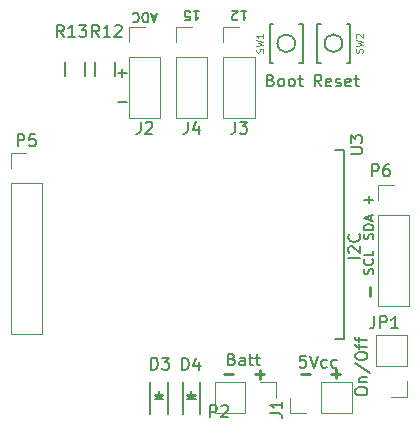
<source format=gbr>
G04 #@! TF.FileFunction,Legend,Top*
%FSLAX46Y46*%
G04 Gerber Fmt 4.6, Leading zero omitted, Abs format (unit mm)*
G04 Created by KiCad (PCBNEW 4.0.7) date Tuesday, 24 April 2018 'PMt' 13:45:20*
%MOMM*%
%LPD*%
G01*
G04 APERTURE LIST*
%ADD10C,0.100000*%
%ADD11C,0.200000*%
%ADD12C,0.150000*%
%ADD13C,0.250000*%
%ADD14C,0.152400*%
%ADD15C,0.120000*%
G04 APERTURE END LIST*
D10*
D11*
X124719048Y-63007143D02*
X125480953Y-63007143D01*
X124719048Y-60507143D02*
X125480953Y-60507143D01*
X125100001Y-60811905D02*
X125100001Y-60202381D01*
X144852381Y-87566667D02*
X144852381Y-87376190D01*
X144900000Y-87280952D01*
X144995238Y-87185714D01*
X145185714Y-87138095D01*
X145519048Y-87138095D01*
X145709524Y-87185714D01*
X145804762Y-87280952D01*
X145852381Y-87376190D01*
X145852381Y-87566667D01*
X145804762Y-87661905D01*
X145709524Y-87757143D01*
X145519048Y-87804762D01*
X145185714Y-87804762D01*
X144995238Y-87757143D01*
X144900000Y-87661905D01*
X144852381Y-87566667D01*
X145185714Y-86709524D02*
X145852381Y-86709524D01*
X145280952Y-86709524D02*
X145233333Y-86661905D01*
X145185714Y-86566667D01*
X145185714Y-86423809D01*
X145233333Y-86328571D01*
X145328571Y-86280952D01*
X145852381Y-86280952D01*
X144804762Y-85090476D02*
X146090476Y-85947619D01*
X144852381Y-84566667D02*
X144852381Y-84376190D01*
X144900000Y-84280952D01*
X144995238Y-84185714D01*
X145185714Y-84138095D01*
X145519048Y-84138095D01*
X145709524Y-84185714D01*
X145804762Y-84280952D01*
X145852381Y-84376190D01*
X145852381Y-84566667D01*
X145804762Y-84661905D01*
X145709524Y-84757143D01*
X145519048Y-84804762D01*
X145185714Y-84804762D01*
X144995238Y-84757143D01*
X144900000Y-84661905D01*
X144852381Y-84566667D01*
X145185714Y-83852381D02*
X145185714Y-83471429D01*
X145852381Y-83709524D02*
X144995238Y-83709524D01*
X144900000Y-83661905D01*
X144852381Y-83566667D01*
X144852381Y-83471429D01*
X145185714Y-83280952D02*
X145185714Y-82900000D01*
X145852381Y-83138095D02*
X144995238Y-83138095D01*
X144900000Y-83090476D01*
X144852381Y-82995238D01*
X144852381Y-82900000D01*
D12*
X135152381Y-55238095D02*
X135609524Y-55238095D01*
X135380953Y-55238095D02*
X135380953Y-56038095D01*
X135457143Y-55923810D01*
X135533334Y-55847619D01*
X135609524Y-55809524D01*
X134847619Y-55961905D02*
X134809524Y-56000000D01*
X134733333Y-56038095D01*
X134542857Y-56038095D01*
X134466667Y-56000000D01*
X134428571Y-55961905D01*
X134390476Y-55885714D01*
X134390476Y-55809524D01*
X134428571Y-55695238D01*
X134885714Y-55238095D01*
X134390476Y-55238095D01*
X131152381Y-55238095D02*
X131609524Y-55238095D01*
X131380953Y-55238095D02*
X131380953Y-56038095D01*
X131457143Y-55923810D01*
X131533334Y-55847619D01*
X131609524Y-55809524D01*
X130428571Y-56038095D02*
X130809524Y-56038095D01*
X130847619Y-55657143D01*
X130809524Y-55695238D01*
X130733333Y-55733333D01*
X130542857Y-55733333D01*
X130466667Y-55695238D01*
X130428571Y-55657143D01*
X130390476Y-55580952D01*
X130390476Y-55390476D01*
X130428571Y-55314286D01*
X130466667Y-55276190D01*
X130542857Y-55238095D01*
X130733333Y-55238095D01*
X130809524Y-55276190D01*
X130847619Y-55314286D01*
X127990476Y-55666667D02*
X127609524Y-55666667D01*
X128066667Y-55438095D02*
X127800000Y-56238095D01*
X127533333Y-55438095D01*
X127266667Y-55438095D02*
X127266667Y-56238095D01*
X127076191Y-56238095D01*
X126961905Y-56200000D01*
X126885714Y-56123810D01*
X126847619Y-56047619D01*
X126809524Y-55895238D01*
X126809524Y-55780952D01*
X126847619Y-55628571D01*
X126885714Y-55552381D01*
X126961905Y-55476190D01*
X127076191Y-55438095D01*
X127266667Y-55438095D01*
X126009524Y-55514286D02*
X126047619Y-55476190D01*
X126161905Y-55438095D01*
X126238095Y-55438095D01*
X126352381Y-55476190D01*
X126428572Y-55552381D01*
X126466667Y-55628571D01*
X126504762Y-55780952D01*
X126504762Y-55895238D01*
X126466667Y-56047619D01*
X126428572Y-56123810D01*
X126352381Y-56200000D01*
X126238095Y-56238095D01*
X126161905Y-56238095D01*
X126047619Y-56200000D01*
X126009524Y-56161905D01*
X146323810Y-74571428D02*
X146361905Y-74457142D01*
X146361905Y-74266666D01*
X146323810Y-74190476D01*
X146285714Y-74152380D01*
X146209524Y-74114285D01*
X146133333Y-74114285D01*
X146057143Y-74152380D01*
X146019048Y-74190476D01*
X145980952Y-74266666D01*
X145942857Y-74419047D01*
X145904762Y-74495238D01*
X145866667Y-74533333D01*
X145790476Y-74571428D01*
X145714286Y-74571428D01*
X145638095Y-74533333D01*
X145600000Y-74495238D01*
X145561905Y-74419047D01*
X145561905Y-74228571D01*
X145600000Y-74114285D01*
X146361905Y-73771428D02*
X145561905Y-73771428D01*
X145561905Y-73580952D01*
X145600000Y-73466666D01*
X145676190Y-73390475D01*
X145752381Y-73352380D01*
X145904762Y-73314285D01*
X146019048Y-73314285D01*
X146171429Y-73352380D01*
X146247619Y-73390475D01*
X146323810Y-73466666D01*
X146361905Y-73580952D01*
X146361905Y-73771428D01*
X146133333Y-73009523D02*
X146133333Y-72628571D01*
X146361905Y-73085714D02*
X145561905Y-72819047D01*
X146361905Y-72552380D01*
X146323810Y-77552381D02*
X146361905Y-77438095D01*
X146361905Y-77247619D01*
X146323810Y-77171429D01*
X146285714Y-77133333D01*
X146209524Y-77095238D01*
X146133333Y-77095238D01*
X146057143Y-77133333D01*
X146019048Y-77171429D01*
X145980952Y-77247619D01*
X145942857Y-77400000D01*
X145904762Y-77476191D01*
X145866667Y-77514286D01*
X145790476Y-77552381D01*
X145714286Y-77552381D01*
X145638095Y-77514286D01*
X145600000Y-77476191D01*
X145561905Y-77400000D01*
X145561905Y-77209524D01*
X145600000Y-77095238D01*
X146285714Y-76295238D02*
X146323810Y-76333333D01*
X146361905Y-76447619D01*
X146361905Y-76523809D01*
X146323810Y-76638095D01*
X146247619Y-76714286D01*
X146171429Y-76752381D01*
X146019048Y-76790476D01*
X145904762Y-76790476D01*
X145752381Y-76752381D01*
X145676190Y-76714286D01*
X145600000Y-76638095D01*
X145561905Y-76523809D01*
X145561905Y-76447619D01*
X145600000Y-76333333D01*
X145638095Y-76295238D01*
X146361905Y-75571428D02*
X146361905Y-75952381D01*
X145561905Y-75952381D01*
D13*
X146071429Y-79380952D02*
X146071429Y-78619047D01*
D11*
X145619048Y-71257143D02*
X146380953Y-71257143D01*
X146000001Y-71561905D02*
X146000001Y-70952381D01*
X145252381Y-76176190D02*
X144252381Y-76176190D01*
X144347619Y-75747619D02*
X144300000Y-75700000D01*
X144252381Y-75604762D01*
X144252381Y-75366666D01*
X144300000Y-75271428D01*
X144347619Y-75223809D01*
X144442857Y-75176190D01*
X144538095Y-75176190D01*
X144680952Y-75223809D01*
X145252381Y-75795238D01*
X145252381Y-75176190D01*
X145157143Y-74176190D02*
X145204762Y-74223809D01*
X145252381Y-74366666D01*
X145252381Y-74461904D01*
X145204762Y-74604762D01*
X145109524Y-74700000D01*
X145014286Y-74747619D01*
X144823810Y-74795238D01*
X144680952Y-74795238D01*
X144490476Y-74747619D01*
X144395238Y-74700000D01*
X144300000Y-74604762D01*
X144252381Y-74461904D01*
X144252381Y-74366666D01*
X144300000Y-74223809D01*
X144347619Y-74176190D01*
X140652381Y-84452381D02*
X140176190Y-84452381D01*
X140128571Y-84928571D01*
X140176190Y-84880952D01*
X140271428Y-84833333D01*
X140509524Y-84833333D01*
X140604762Y-84880952D01*
X140652381Y-84928571D01*
X140700000Y-85023810D01*
X140700000Y-85261905D01*
X140652381Y-85357143D01*
X140604762Y-85404762D01*
X140509524Y-85452381D01*
X140271428Y-85452381D01*
X140176190Y-85404762D01*
X140128571Y-85357143D01*
X140985714Y-84452381D02*
X141319047Y-85452381D01*
X141652381Y-84452381D01*
X142414286Y-85404762D02*
X142319048Y-85452381D01*
X142128571Y-85452381D01*
X142033333Y-85404762D01*
X141985714Y-85357143D01*
X141938095Y-85261905D01*
X141938095Y-84976190D01*
X141985714Y-84880952D01*
X142033333Y-84833333D01*
X142128571Y-84785714D01*
X142319048Y-84785714D01*
X142414286Y-84833333D01*
X143271429Y-85404762D02*
X143176191Y-85452381D01*
X142985714Y-85452381D01*
X142890476Y-85404762D01*
X142842857Y-85357143D01*
X142795238Y-85261905D01*
X142795238Y-84976190D01*
X142842857Y-84880952D01*
X142890476Y-84833333D01*
X142985714Y-84785714D01*
X143176191Y-84785714D01*
X143271429Y-84833333D01*
D13*
X140219048Y-85971429D02*
X140980953Y-85971429D01*
X142819048Y-85971429D02*
X143580953Y-85971429D01*
X143200001Y-86352381D02*
X143200001Y-85590476D01*
X136379048Y-86021429D02*
X137140953Y-86021429D01*
X136760001Y-86402381D02*
X136760001Y-85640476D01*
X133749048Y-85971429D02*
X134510953Y-85971429D01*
D11*
X134387619Y-84748571D02*
X134530476Y-84796190D01*
X134578095Y-84843810D01*
X134625714Y-84939048D01*
X134625714Y-85081905D01*
X134578095Y-85177143D01*
X134530476Y-85224762D01*
X134435238Y-85272381D01*
X134054285Y-85272381D01*
X134054285Y-84272381D01*
X134387619Y-84272381D01*
X134482857Y-84320000D01*
X134530476Y-84367619D01*
X134578095Y-84462857D01*
X134578095Y-84558095D01*
X134530476Y-84653333D01*
X134482857Y-84700952D01*
X134387619Y-84748571D01*
X134054285Y-84748571D01*
X135482857Y-85272381D02*
X135482857Y-84748571D01*
X135435238Y-84653333D01*
X135340000Y-84605714D01*
X135149523Y-84605714D01*
X135054285Y-84653333D01*
X135482857Y-85224762D02*
X135387619Y-85272381D01*
X135149523Y-85272381D01*
X135054285Y-85224762D01*
X135006666Y-85129524D01*
X135006666Y-85034286D01*
X135054285Y-84939048D01*
X135149523Y-84891429D01*
X135387619Y-84891429D01*
X135482857Y-84843810D01*
X135816190Y-84605714D02*
X136197142Y-84605714D01*
X135959047Y-84272381D02*
X135959047Y-85129524D01*
X136006666Y-85224762D01*
X136101904Y-85272381D01*
X136197142Y-85272381D01*
X136387619Y-84605714D02*
X136768571Y-84605714D01*
X136530476Y-84272381D02*
X136530476Y-85129524D01*
X136578095Y-85224762D01*
X136673333Y-85272381D01*
X136768571Y-85272381D01*
D14*
X143109000Y-83016000D02*
X143871000Y-83016000D01*
X143871000Y-83016000D02*
X143871000Y-67014000D01*
X143871000Y-67014000D02*
X143109000Y-67014000D01*
D12*
X128975000Y-89375980D02*
X128975000Y-86675980D01*
X127475000Y-89375980D02*
X127475000Y-86675980D01*
X128375000Y-87875980D02*
X128125000Y-87875980D01*
X128125000Y-87875980D02*
X128275000Y-88025980D01*
X127875000Y-88125980D02*
X128575000Y-88125980D01*
X128225000Y-87775980D02*
X128225000Y-87425980D01*
X128225000Y-88125980D02*
X127875000Y-87775980D01*
X127875000Y-87775980D02*
X128575000Y-87775980D01*
X128575000Y-87775980D02*
X128225000Y-88125980D01*
X131725000Y-89375980D02*
X131725000Y-86675980D01*
X130225000Y-89375980D02*
X130225000Y-86675980D01*
X131125000Y-87875980D02*
X130875000Y-87875980D01*
X130875000Y-87875980D02*
X131025000Y-88025980D01*
X130625000Y-88125980D02*
X131325000Y-88125980D01*
X130975000Y-87775980D02*
X130975000Y-87425980D01*
X130975000Y-88125980D02*
X130625000Y-87775980D01*
X130625000Y-87775980D02*
X131325000Y-87775980D01*
X131325000Y-87775980D02*
X130975000Y-88125980D01*
D15*
X125670000Y-64330000D02*
X128330000Y-64330000D01*
X125670000Y-59190000D02*
X125670000Y-64330000D01*
X128330000Y-59190000D02*
X128330000Y-64330000D01*
X125670000Y-59190000D02*
X128330000Y-59190000D01*
X125670000Y-57920000D02*
X125670000Y-56590000D01*
X125670000Y-56590000D02*
X127000000Y-56590000D01*
X133670000Y-64330000D02*
X136330000Y-64330000D01*
X133670000Y-59190000D02*
X133670000Y-64330000D01*
X136330000Y-59190000D02*
X136330000Y-64330000D01*
X133670000Y-59190000D02*
X136330000Y-59190000D01*
X133670000Y-57920000D02*
X133670000Y-56590000D01*
X133670000Y-56590000D02*
X135000000Y-56590000D01*
X129670000Y-64330000D02*
X132330000Y-64330000D01*
X129670000Y-59190000D02*
X129670000Y-64330000D01*
X132330000Y-59190000D02*
X132330000Y-64330000D01*
X129670000Y-59190000D02*
X132330000Y-59190000D01*
X129670000Y-57920000D02*
X129670000Y-56590000D01*
X129670000Y-56590000D02*
X131000000Y-56590000D01*
X149230000Y-82730000D02*
X146570000Y-82730000D01*
X149230000Y-85330000D02*
X149230000Y-82730000D01*
X146570000Y-85330000D02*
X146570000Y-82730000D01*
X149230000Y-85330000D02*
X146570000Y-85330000D01*
X149230000Y-86600000D02*
X149230000Y-87930000D01*
X149230000Y-87930000D02*
X147900000Y-87930000D01*
D12*
X122775000Y-60800000D02*
X122775000Y-59600000D01*
X124525000Y-59600000D02*
X124525000Y-60800000D01*
X120225000Y-60800000D02*
X120225000Y-59600000D01*
X121975000Y-59600000D02*
X121975000Y-60800000D01*
X139750000Y-58000000D02*
G75*
G03X139750000Y-58000000I-750000J0D01*
G01*
X137900000Y-56350000D02*
X137600000Y-56350000D01*
X137600000Y-56350000D02*
X137600000Y-59650000D01*
X137600000Y-59650000D02*
X137900000Y-59650000D01*
X140100000Y-56350000D02*
X140400000Y-56350000D01*
X140400000Y-56350000D02*
X140400000Y-59650000D01*
X140400000Y-59650000D02*
X140100000Y-59650000D01*
X143750000Y-58000000D02*
G75*
G03X143750000Y-58000000I-750000J0D01*
G01*
X141900000Y-56350000D02*
X141600000Y-56350000D01*
X141600000Y-56350000D02*
X141600000Y-59650000D01*
X141600000Y-59650000D02*
X141900000Y-59650000D01*
X144100000Y-56350000D02*
X144400000Y-56350000D01*
X144400000Y-56350000D02*
X144400000Y-59650000D01*
X144400000Y-59650000D02*
X144100000Y-59650000D01*
D15*
X146770000Y-80250000D02*
X149430000Y-80250000D01*
X146770000Y-72570000D02*
X146770000Y-80250000D01*
X149430000Y-72570000D02*
X149430000Y-80250000D01*
X146770000Y-72570000D02*
X149430000Y-72570000D01*
X146770000Y-71300000D02*
X146770000Y-69970000D01*
X146770000Y-69970000D02*
X148100000Y-69970000D01*
X144530000Y-89330000D02*
X144530000Y-86670000D01*
X141930000Y-89330000D02*
X144530000Y-89330000D01*
X141930000Y-86670000D02*
X144530000Y-86670000D01*
X141930000Y-89330000D02*
X141930000Y-86670000D01*
X140660000Y-89330000D02*
X139330000Y-89330000D01*
X139330000Y-89330000D02*
X139330000Y-88000000D01*
X132930000Y-86670000D02*
X132930000Y-89330000D01*
X135530000Y-86670000D02*
X132930000Y-86670000D01*
X135530000Y-89330000D02*
X132930000Y-89330000D01*
X135530000Y-86670000D02*
X135530000Y-89330000D01*
X136800000Y-86670000D02*
X138130000Y-86670000D01*
X138130000Y-86670000D02*
X138130000Y-88000000D01*
X115670000Y-82610000D02*
X118330000Y-82610000D01*
X115670000Y-69850000D02*
X115670000Y-82610000D01*
X118330000Y-69850000D02*
X118330000Y-82610000D01*
X115670000Y-69850000D02*
X118330000Y-69850000D01*
X115670000Y-68580000D02*
X115670000Y-67250000D01*
X115670000Y-67250000D02*
X117000000Y-67250000D01*
D12*
X144452381Y-67361905D02*
X145261905Y-67361905D01*
X145357143Y-67314286D01*
X145404762Y-67266667D01*
X145452381Y-67171429D01*
X145452381Y-66980952D01*
X145404762Y-66885714D01*
X145357143Y-66838095D01*
X145261905Y-66790476D01*
X144452381Y-66790476D01*
X144452381Y-66409524D02*
X144452381Y-65790476D01*
X144833333Y-66123810D01*
X144833333Y-65980952D01*
X144880952Y-65885714D01*
X144928571Y-65838095D01*
X145023810Y-65790476D01*
X145261905Y-65790476D01*
X145357143Y-65838095D01*
X145404762Y-65885714D01*
X145452381Y-65980952D01*
X145452381Y-66266667D01*
X145404762Y-66361905D01*
X145357143Y-66409524D01*
X127561905Y-85627381D02*
X127561905Y-84627381D01*
X127800000Y-84627381D01*
X127942858Y-84675000D01*
X128038096Y-84770238D01*
X128085715Y-84865476D01*
X128133334Y-85055952D01*
X128133334Y-85198810D01*
X128085715Y-85389286D01*
X128038096Y-85484524D01*
X127942858Y-85579762D01*
X127800000Y-85627381D01*
X127561905Y-85627381D01*
X128466667Y-84627381D02*
X129085715Y-84627381D01*
X128752381Y-85008333D01*
X128895239Y-85008333D01*
X128990477Y-85055952D01*
X129038096Y-85103571D01*
X129085715Y-85198810D01*
X129085715Y-85436905D01*
X129038096Y-85532143D01*
X128990477Y-85579762D01*
X128895239Y-85627381D01*
X128609524Y-85627381D01*
X128514286Y-85579762D01*
X128466667Y-85532143D01*
X130186905Y-85652381D02*
X130186905Y-84652381D01*
X130425000Y-84652381D01*
X130567858Y-84700000D01*
X130663096Y-84795238D01*
X130710715Y-84890476D01*
X130758334Y-85080952D01*
X130758334Y-85223810D01*
X130710715Y-85414286D01*
X130663096Y-85509524D01*
X130567858Y-85604762D01*
X130425000Y-85652381D01*
X130186905Y-85652381D01*
X131615477Y-84985714D02*
X131615477Y-85652381D01*
X131377381Y-84604762D02*
X131139286Y-85319048D01*
X131758334Y-85319048D01*
X126666667Y-64652381D02*
X126666667Y-65366667D01*
X126619047Y-65509524D01*
X126523809Y-65604762D01*
X126380952Y-65652381D01*
X126285714Y-65652381D01*
X127095238Y-64747619D02*
X127142857Y-64700000D01*
X127238095Y-64652381D01*
X127476191Y-64652381D01*
X127571429Y-64700000D01*
X127619048Y-64747619D01*
X127666667Y-64842857D01*
X127666667Y-64938095D01*
X127619048Y-65080952D01*
X127047619Y-65652381D01*
X127666667Y-65652381D01*
X134666667Y-64652381D02*
X134666667Y-65366667D01*
X134619047Y-65509524D01*
X134523809Y-65604762D01*
X134380952Y-65652381D01*
X134285714Y-65652381D01*
X135047619Y-64652381D02*
X135666667Y-64652381D01*
X135333333Y-65033333D01*
X135476191Y-65033333D01*
X135571429Y-65080952D01*
X135619048Y-65128571D01*
X135666667Y-65223810D01*
X135666667Y-65461905D01*
X135619048Y-65557143D01*
X135571429Y-65604762D01*
X135476191Y-65652381D01*
X135190476Y-65652381D01*
X135095238Y-65604762D01*
X135047619Y-65557143D01*
X130666667Y-64652381D02*
X130666667Y-65366667D01*
X130619047Y-65509524D01*
X130523809Y-65604762D01*
X130380952Y-65652381D01*
X130285714Y-65652381D01*
X131571429Y-64985714D02*
X131571429Y-65652381D01*
X131333333Y-64604762D02*
X131095238Y-65319048D01*
X131714286Y-65319048D01*
X146466667Y-81112381D02*
X146466667Y-81826667D01*
X146419047Y-81969524D01*
X146323809Y-82064762D01*
X146180952Y-82112381D01*
X146085714Y-82112381D01*
X146942857Y-82112381D02*
X146942857Y-81112381D01*
X147323810Y-81112381D01*
X147419048Y-81160000D01*
X147466667Y-81207619D01*
X147514286Y-81302857D01*
X147514286Y-81445714D01*
X147466667Y-81540952D01*
X147419048Y-81588571D01*
X147323810Y-81636190D01*
X146942857Y-81636190D01*
X148466667Y-82112381D02*
X147895238Y-82112381D01*
X148180952Y-82112381D02*
X148180952Y-81112381D01*
X148085714Y-81255238D01*
X147990476Y-81350476D01*
X147895238Y-81398095D01*
X123157143Y-57452381D02*
X122823809Y-56976190D01*
X122585714Y-57452381D02*
X122585714Y-56452381D01*
X122966667Y-56452381D01*
X123061905Y-56500000D01*
X123109524Y-56547619D01*
X123157143Y-56642857D01*
X123157143Y-56785714D01*
X123109524Y-56880952D01*
X123061905Y-56928571D01*
X122966667Y-56976190D01*
X122585714Y-56976190D01*
X124109524Y-57452381D02*
X123538095Y-57452381D01*
X123823809Y-57452381D02*
X123823809Y-56452381D01*
X123728571Y-56595238D01*
X123633333Y-56690476D01*
X123538095Y-56738095D01*
X124490476Y-56547619D02*
X124538095Y-56500000D01*
X124633333Y-56452381D01*
X124871429Y-56452381D01*
X124966667Y-56500000D01*
X125014286Y-56547619D01*
X125061905Y-56642857D01*
X125061905Y-56738095D01*
X125014286Y-56880952D01*
X124442857Y-57452381D01*
X125061905Y-57452381D01*
X120157143Y-57452381D02*
X119823809Y-56976190D01*
X119585714Y-57452381D02*
X119585714Y-56452381D01*
X119966667Y-56452381D01*
X120061905Y-56500000D01*
X120109524Y-56547619D01*
X120157143Y-56642857D01*
X120157143Y-56785714D01*
X120109524Y-56880952D01*
X120061905Y-56928571D01*
X119966667Y-56976190D01*
X119585714Y-56976190D01*
X121109524Y-57452381D02*
X120538095Y-57452381D01*
X120823809Y-57452381D02*
X120823809Y-56452381D01*
X120728571Y-56595238D01*
X120633333Y-56690476D01*
X120538095Y-56738095D01*
X121442857Y-56452381D02*
X122061905Y-56452381D01*
X121728571Y-56833333D01*
X121871429Y-56833333D01*
X121966667Y-56880952D01*
X122014286Y-56928571D01*
X122061905Y-57023810D01*
X122061905Y-57261905D01*
X122014286Y-57357143D01*
X121966667Y-57404762D01*
X121871429Y-57452381D01*
X121585714Y-57452381D01*
X121490476Y-57404762D01*
X121442857Y-57357143D01*
D10*
X137042857Y-58800000D02*
X137071429Y-58714286D01*
X137071429Y-58571429D01*
X137042857Y-58514286D01*
X137014286Y-58485715D01*
X136957143Y-58457143D01*
X136900000Y-58457143D01*
X136842857Y-58485715D01*
X136814286Y-58514286D01*
X136785714Y-58571429D01*
X136757143Y-58685715D01*
X136728571Y-58742857D01*
X136700000Y-58771429D01*
X136642857Y-58800000D01*
X136585714Y-58800000D01*
X136528571Y-58771429D01*
X136500000Y-58742857D01*
X136471429Y-58685715D01*
X136471429Y-58542857D01*
X136500000Y-58457143D01*
X136471429Y-58257143D02*
X137071429Y-58114286D01*
X136642857Y-58000000D01*
X137071429Y-57885714D01*
X136471429Y-57742857D01*
X137071429Y-57200000D02*
X137071429Y-57542857D01*
X137071429Y-57371429D02*
X136471429Y-57371429D01*
X136557143Y-57428572D01*
X136614286Y-57485714D01*
X136642857Y-57542857D01*
D12*
X137680953Y-61128571D02*
X137823810Y-61176190D01*
X137871429Y-61223810D01*
X137919048Y-61319048D01*
X137919048Y-61461905D01*
X137871429Y-61557143D01*
X137823810Y-61604762D01*
X137728572Y-61652381D01*
X137347619Y-61652381D01*
X137347619Y-60652381D01*
X137680953Y-60652381D01*
X137776191Y-60700000D01*
X137823810Y-60747619D01*
X137871429Y-60842857D01*
X137871429Y-60938095D01*
X137823810Y-61033333D01*
X137776191Y-61080952D01*
X137680953Y-61128571D01*
X137347619Y-61128571D01*
X138490476Y-61652381D02*
X138395238Y-61604762D01*
X138347619Y-61557143D01*
X138300000Y-61461905D01*
X138300000Y-61176190D01*
X138347619Y-61080952D01*
X138395238Y-61033333D01*
X138490476Y-60985714D01*
X138633334Y-60985714D01*
X138728572Y-61033333D01*
X138776191Y-61080952D01*
X138823810Y-61176190D01*
X138823810Y-61461905D01*
X138776191Y-61557143D01*
X138728572Y-61604762D01*
X138633334Y-61652381D01*
X138490476Y-61652381D01*
X139395238Y-61652381D02*
X139300000Y-61604762D01*
X139252381Y-61557143D01*
X139204762Y-61461905D01*
X139204762Y-61176190D01*
X139252381Y-61080952D01*
X139300000Y-61033333D01*
X139395238Y-60985714D01*
X139538096Y-60985714D01*
X139633334Y-61033333D01*
X139680953Y-61080952D01*
X139728572Y-61176190D01*
X139728572Y-61461905D01*
X139680953Y-61557143D01*
X139633334Y-61604762D01*
X139538096Y-61652381D01*
X139395238Y-61652381D01*
X140014286Y-60985714D02*
X140395238Y-60985714D01*
X140157143Y-60652381D02*
X140157143Y-61509524D01*
X140204762Y-61604762D01*
X140300000Y-61652381D01*
X140395238Y-61652381D01*
D10*
X145442857Y-58800000D02*
X145471429Y-58714286D01*
X145471429Y-58571429D01*
X145442857Y-58514286D01*
X145414286Y-58485715D01*
X145357143Y-58457143D01*
X145300000Y-58457143D01*
X145242857Y-58485715D01*
X145214286Y-58514286D01*
X145185714Y-58571429D01*
X145157143Y-58685715D01*
X145128571Y-58742857D01*
X145100000Y-58771429D01*
X145042857Y-58800000D01*
X144985714Y-58800000D01*
X144928571Y-58771429D01*
X144900000Y-58742857D01*
X144871429Y-58685715D01*
X144871429Y-58542857D01*
X144900000Y-58457143D01*
X144871429Y-58257143D02*
X145471429Y-58114286D01*
X145042857Y-58000000D01*
X145471429Y-57885714D01*
X144871429Y-57742857D01*
X144928571Y-57542857D02*
X144900000Y-57514286D01*
X144871429Y-57457143D01*
X144871429Y-57314286D01*
X144900000Y-57257143D01*
X144928571Y-57228572D01*
X144985714Y-57200000D01*
X145042857Y-57200000D01*
X145128571Y-57228572D01*
X145471429Y-57571429D01*
X145471429Y-57200000D01*
D12*
X141961905Y-61652381D02*
X141628571Y-61176190D01*
X141390476Y-61652381D02*
X141390476Y-60652381D01*
X141771429Y-60652381D01*
X141866667Y-60700000D01*
X141914286Y-60747619D01*
X141961905Y-60842857D01*
X141961905Y-60985714D01*
X141914286Y-61080952D01*
X141866667Y-61128571D01*
X141771429Y-61176190D01*
X141390476Y-61176190D01*
X142771429Y-61604762D02*
X142676191Y-61652381D01*
X142485714Y-61652381D01*
X142390476Y-61604762D01*
X142342857Y-61509524D01*
X142342857Y-61128571D01*
X142390476Y-61033333D01*
X142485714Y-60985714D01*
X142676191Y-60985714D01*
X142771429Y-61033333D01*
X142819048Y-61128571D01*
X142819048Y-61223810D01*
X142342857Y-61319048D01*
X143200000Y-61604762D02*
X143295238Y-61652381D01*
X143485714Y-61652381D01*
X143580953Y-61604762D01*
X143628572Y-61509524D01*
X143628572Y-61461905D01*
X143580953Y-61366667D01*
X143485714Y-61319048D01*
X143342857Y-61319048D01*
X143247619Y-61271429D01*
X143200000Y-61176190D01*
X143200000Y-61128571D01*
X143247619Y-61033333D01*
X143342857Y-60985714D01*
X143485714Y-60985714D01*
X143580953Y-61033333D01*
X144438096Y-61604762D02*
X144342858Y-61652381D01*
X144152381Y-61652381D01*
X144057143Y-61604762D01*
X144009524Y-61509524D01*
X144009524Y-61128571D01*
X144057143Y-61033333D01*
X144152381Y-60985714D01*
X144342858Y-60985714D01*
X144438096Y-61033333D01*
X144485715Y-61128571D01*
X144485715Y-61223810D01*
X144009524Y-61319048D01*
X144771429Y-60985714D02*
X145152381Y-60985714D01*
X144914286Y-60652381D02*
X144914286Y-61509524D01*
X144961905Y-61604762D01*
X145057143Y-61652381D01*
X145152381Y-61652381D01*
X146261905Y-69252381D02*
X146261905Y-68252381D01*
X146642858Y-68252381D01*
X146738096Y-68300000D01*
X146785715Y-68347619D01*
X146833334Y-68442857D01*
X146833334Y-68585714D01*
X146785715Y-68680952D01*
X146738096Y-68728571D01*
X146642858Y-68776190D01*
X146261905Y-68776190D01*
X147690477Y-68252381D02*
X147500000Y-68252381D01*
X147404762Y-68300000D01*
X147357143Y-68347619D01*
X147261905Y-68490476D01*
X147214286Y-68680952D01*
X147214286Y-69061905D01*
X147261905Y-69157143D01*
X147309524Y-69204762D01*
X147404762Y-69252381D01*
X147595239Y-69252381D01*
X147690477Y-69204762D01*
X147738096Y-69157143D01*
X147785715Y-69061905D01*
X147785715Y-68823810D01*
X147738096Y-68728571D01*
X147690477Y-68680952D01*
X147595239Y-68633333D01*
X147404762Y-68633333D01*
X147309524Y-68680952D01*
X147261905Y-68728571D01*
X147214286Y-68823810D01*
X137652381Y-89333333D02*
X138366667Y-89333333D01*
X138509524Y-89380953D01*
X138604762Y-89476191D01*
X138652381Y-89619048D01*
X138652381Y-89714286D01*
X138652381Y-88333333D02*
X138652381Y-88904762D01*
X138652381Y-88619048D02*
X137652381Y-88619048D01*
X137795238Y-88714286D01*
X137890476Y-88809524D01*
X137938095Y-88904762D01*
X132561905Y-89652381D02*
X132561905Y-88652381D01*
X132942858Y-88652381D01*
X133038096Y-88700000D01*
X133085715Y-88747619D01*
X133133334Y-88842857D01*
X133133334Y-88985714D01*
X133085715Y-89080952D01*
X133038096Y-89128571D01*
X132942858Y-89176190D01*
X132561905Y-89176190D01*
X133514286Y-88747619D02*
X133561905Y-88700000D01*
X133657143Y-88652381D01*
X133895239Y-88652381D01*
X133990477Y-88700000D01*
X134038096Y-88747619D01*
X134085715Y-88842857D01*
X134085715Y-88938095D01*
X134038096Y-89080952D01*
X133466667Y-89652381D01*
X134085715Y-89652381D01*
X116261905Y-66702381D02*
X116261905Y-65702381D01*
X116642858Y-65702381D01*
X116738096Y-65750000D01*
X116785715Y-65797619D01*
X116833334Y-65892857D01*
X116833334Y-66035714D01*
X116785715Y-66130952D01*
X116738096Y-66178571D01*
X116642858Y-66226190D01*
X116261905Y-66226190D01*
X117738096Y-65702381D02*
X117261905Y-65702381D01*
X117214286Y-66178571D01*
X117261905Y-66130952D01*
X117357143Y-66083333D01*
X117595239Y-66083333D01*
X117690477Y-66130952D01*
X117738096Y-66178571D01*
X117785715Y-66273810D01*
X117785715Y-66511905D01*
X117738096Y-66607143D01*
X117690477Y-66654762D01*
X117595239Y-66702381D01*
X117357143Y-66702381D01*
X117261905Y-66654762D01*
X117214286Y-66607143D01*
M02*

</source>
